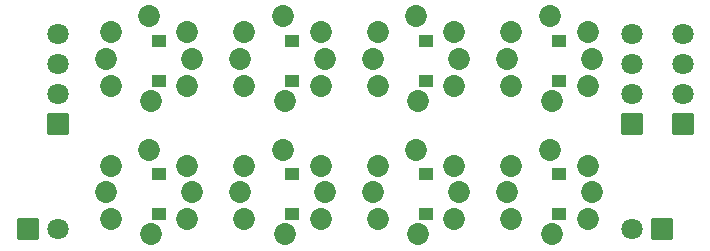
<source format=gbs>
G04 Layer: BottomSolderMaskLayer*
G04 EasyEDA v6.5.29, 2023-07-18 10:20:05*
G04 5756727701dd48799c60270c1c1368c4,5a6b42c53f6a479593ecc07194224c93,10*
G04 Gerber Generator version 0.2*
G04 Scale: 100 percent, Rotated: No, Reflected: No *
G04 Dimensions in millimeters *
G04 leading zeros omitted , absolute positions ,4 integer and 5 decimal *
%FSLAX45Y45*%
%MOMM*%

%AMMACRO1*1,1,$1,$2,$3*1,1,$1,$4,$5*1,1,$1,0-$2,0-$3*1,1,$1,0-$4,0-$5*20,1,$1,$2,$3,$4,$5,0*20,1,$1,$4,$5,0-$2,0-$3,0*20,1,$1,0-$2,0-$3,0-$4,0-$5,0*20,1,$1,0-$4,0-$5,$2,$3,0*4,1,4,$2,$3,$4,$5,0-$2,0-$3,0-$4,0-$5,$2,$3,0*%
%ADD10MACRO1,0.1016X0.575X-0.475X0.575X0.475*%
%ADD11MACRO1,0.1016X-0.85X-0.85X0.85X-0.85*%
%ADD12C,1.8016*%
%ADD13MACRO1,0.1016X0.85X0.85X-0.85X0.85*%
%ADD14MACRO1,0.1016X0.85X-0.85X0.85X0.85*%
%ADD15C,1.8532*%

%LPD*%
D10*
G01*
X-88900Y59359D03*
G01*
X-88900Y397840D03*
G01*
X1041397Y59359D03*
G01*
X1041397Y397840D03*
G01*
X2171694Y59359D03*
G01*
X2171694Y397840D03*
G01*
X3301992Y59359D03*
G01*
X3301992Y397840D03*
G01*
X-88900Y-1070937D03*
G01*
X-88900Y-732457D03*
G01*
X1041397Y-1070937D03*
G01*
X1041397Y-732457D03*
G01*
X2171694Y-1070937D03*
G01*
X2171694Y-732457D03*
D11*
G01*
X-1197941Y-1193803D03*
D12*
G01*
X-943940Y-1193800D03*
G01*
X3920134Y-1193800D03*
D13*
G01*
X4174148Y-1193803D03*
D14*
G01*
X-943940Y-304806D03*
D12*
G01*
X-943940Y-50800D03*
G01*
X-943940Y203200D03*
G01*
X-943940Y457200D03*
D14*
G01*
X3920148Y-304806D03*
D12*
G01*
X3920134Y-50800D03*
G01*
X3920134Y203200D03*
G01*
X3920134Y457200D03*
D14*
G01*
X4351945Y-304806D03*
D12*
G01*
X4351934Y-50800D03*
G01*
X4351934Y203200D03*
G01*
X4351934Y457200D03*
D10*
G01*
X3301992Y-1070937D03*
G01*
X3301992Y-732457D03*
D15*
G01*
X3546678Y-1110742D03*
G01*
X2896666Y-1110742D03*
G01*
X3546678Y-660730D03*
G01*
X2896666Y-660730D03*
G01*
X3221685Y-525754D03*
G01*
X3581679Y-885748D03*
G01*
X3241878Y-1237742D03*
G01*
X2860878Y-882142D03*
G01*
X2416378Y-1110742D03*
G01*
X1766366Y-1110742D03*
G01*
X2416378Y-660730D03*
G01*
X1766366Y-660730D03*
G01*
X2091385Y-525754D03*
G01*
X2451379Y-885748D03*
G01*
X2111578Y-1237742D03*
G01*
X1730578Y-882142D03*
G01*
X1286078Y-1110742D03*
G01*
X636066Y-1110742D03*
G01*
X1286078Y-660730D03*
G01*
X636066Y-660730D03*
G01*
X961085Y-525754D03*
G01*
X1321079Y-885748D03*
G01*
X981278Y-1237742D03*
G01*
X600278Y-882142D03*
G01*
X155778Y-1110742D03*
G01*
X-494233Y-1110742D03*
G01*
X155778Y-660730D03*
G01*
X-494233Y-660730D03*
G01*
X-169214Y-525754D03*
G01*
X190779Y-885748D03*
G01*
X-149021Y-1237742D03*
G01*
X-530021Y-882142D03*
G01*
X155778Y19557D03*
G01*
X-494233Y19557D03*
G01*
X155778Y469569D03*
G01*
X-494233Y469569D03*
G01*
X-169214Y604545D03*
G01*
X190779Y244551D03*
G01*
X-149021Y-107442D03*
G01*
X-530021Y248157D03*
G01*
X1286078Y19557D03*
G01*
X636066Y19557D03*
G01*
X1286078Y469569D03*
G01*
X636066Y469569D03*
G01*
X961085Y604545D03*
G01*
X1321079Y244551D03*
G01*
X981278Y-107442D03*
G01*
X600278Y248157D03*
G01*
X2416378Y19557D03*
G01*
X1766366Y19557D03*
G01*
X2416378Y469569D03*
G01*
X1766366Y469569D03*
G01*
X2091385Y604545D03*
G01*
X2451379Y244551D03*
G01*
X2111578Y-107442D03*
G01*
X1730578Y248157D03*
G01*
X3546678Y19557D03*
G01*
X2896666Y19557D03*
G01*
X3546678Y469569D03*
G01*
X2896666Y469569D03*
G01*
X3221685Y604545D03*
G01*
X3581679Y244551D03*
G01*
X3241878Y-107442D03*
G01*
X2860878Y248157D03*
M02*

</source>
